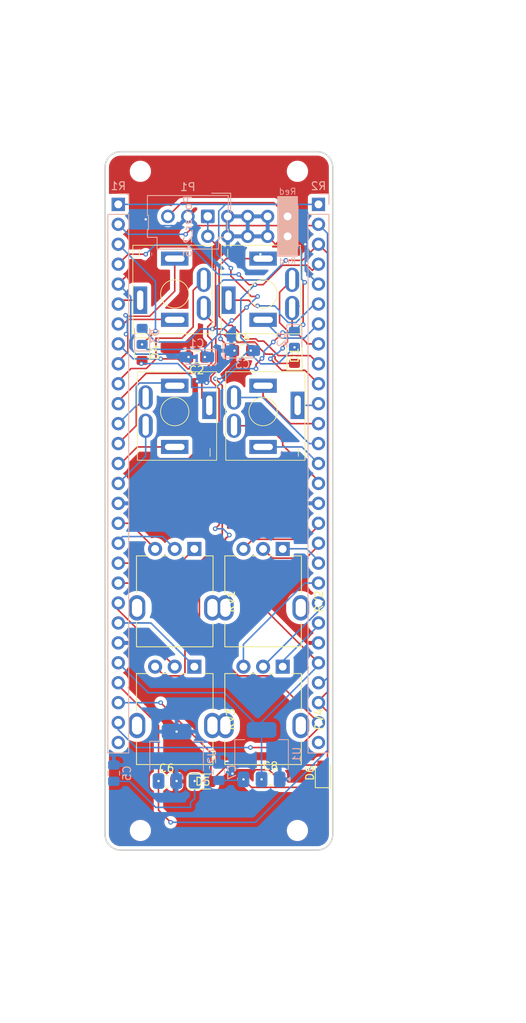
<source format=kicad_pcb>
(kicad_pcb (version 20240108) (generator "pcbnew") (generator_version "8.0")
  (layers (0 "F.Cu" signal) (31 "B.Cu" signal) (34 "B.Paste" user) (35 "F.Paste" user) (36 "B.SilkS" user "B.Silkscreen") (37 "F.SilkS" user "F.Silkscreen") (38 "B.Mask" user) (39 "F.Mask" user) (44 "Edge.Cuts" user))
  (net 0 "")
  (net 1 "+12v")
  (net 2 "Gnd")
  (net 3 "-12v")
  (net 4 "Net-(D1-K)")
  (net 5 "Net-(D2-K)")
  (net 6 "Net-(D6-K)")
  (net 7 "+3.3v")
  (net 8 "Net-(D5-K)")
  (net 9 "+5v")
  (net 10 "Net-(R1-Pin_6)")
  (net 11 "Net-(R1-Pin_10)")
  (net 12 "Net-(R1-Pin_9)")
  (net 13 "Net-(R1-Pin_7)")
  (net 14 "Net-(R1-Pin_8)")
  (net 15 "Net-(R1-Pin_19)")
  (net 16 "Net-(R1-Pin_18)")
  (net 17 "Net-(R1-Pin_17)")
  (net 18 "Net-(R2-Pin_18)")
  (net 19 "Net-(R2-Pin_19)")
  (net 20 "Net-(R2-Pin_17)")
  (net 21 "Net-(R1-Pin_21)")
  (net 22 "Net-(R1-Pin_22)")
  (net 23 "Net-(R1-Pin_20)")
  (net 24 "Net-(R2-Pin_20)")
  (net 25 "Net-(R2-Pin_22)")
  (net 26 "Net-(R2-Pin_21)")
  (net 27 "Net-(R2-Pin_10)")
  (net 28 "Net-(R2-Pin_7)")
  (net 29 "Net-(R2-Pin_8)")
  (net 30 "Net-(R2-Pin_6)")
  (net 31 "Net-(R2-Pin_9)")
  (net 32 "Net-(R1-Pin_13)")
  (net 33 "Net-(R1-Pin_12)")
  (net 34 "Net-(R1-Pin_11)")
  (net 35 "Net-(R1-Pin_14)")
  (net 36 "Net-(R1-Pin_15)")
  (net 37 "Net-(R2-Pin_14)")
  (net 38 "Net-(R2-Pin_12)")
  (net 39 "Net-(R2-Pin_13)")
  (net 40 "Net-(R2-Pin_11)")
  (net 41 "Net-(R2-Pin_15)")
  (footprint "PersonalFootprints:Potentiometer_Vertical_Slimmer" (layer "F.Cu") (at 137.5 88.875)
    (property "Reference" "RV2")
    (property "Value" "Knob2")
  )
  (footprint "Diode_SMD:D_0805_2012Metric_Pad1.15x1.40mm_HandSolder" (layer "F.Cu") (at 122.088118 56.334923 -90)
    (property "Reference" "D4")
    (property "Value" "D")
  )
  (footprint "PersonalFootprints:Potentiometer_Vertical_Slimmer" (layer "F.Cu") (at 126.25 88.875)
    (property "Reference" "RV1")
    (property "Value" "Knob1")
  )
  (footprint "PersonalFootprints:Potentiometer_Vertical_Slimmer" (layer "F.Cu") (at 137.5 103.875)
    (property "Reference" "RV4")
    (property "Value" "Knob4")
  )
  (footprint "MountingHole:MountingHole_2.2mm_M2" (layer "F.Cu") (at 141.875 33.25)
    (property "Reference" "H2")
    (property "Value" "MountingHole")
  )
  (footprint "0_Favorites:Jack_3.5mm_QingPu_WQP-PJ358" (layer "F.Cu") (at 126.25 63.875)
    (property "Reference" "J3" (hide yes))
    (property "Value" "Jack3")
  )
  (footprint "MountingHole:MountingHole_2.2mm_M2" (layer "F.Cu") (at 121.875 33.25)
    (property "Reference" "H1")
    (property "Value" "MountingHole")
  )
  (footprint "Capacitor_SMD:C_0805_2012Metric_Pad1.18x1.45mm_HandSolder" (layer "F.Cu") (at 125.217292 111.000195)
    (property "Reference" "C6")
    (property "Value" "100nF")
  )
  (footprint "Diode_SMD:D_0805_2012Metric_Pad1.15x1.40mm_HandSolder" (layer "F.Cu") (at 145.111654 109.939084 90)
    (property "Reference" "D6")
    (property "Value" "D")
  )
  (footprint "Capacitor_SMD:C_0805_2012Metric_Pad1.18x1.45mm_HandSolder" (layer "F.Cu") (at 138.429999 110.728371)
    (property "Reference" "C8")
    (property "Value" "100nF")
  )
  (footprint "Capacitor_SMD:C_0805_2012Metric_Pad1.18x1.45mm_HandSolder" (layer "F.Cu") (at 134.89037 56.102531)
    (property "Reference" "C4")
    (property "Value" "100n")
  )
  (footprint "Capacitor_SMD:C_0805_2012Metric_Pad1.18x1.45mm_HandSolder" (layer "F.Cu") (at 129.045488 56.915859 180)
    (property "Reference" "C2")
    (property "Value" "100n")
  )
  (footprint "0_Favorites:Jack_3.5mm_QingPu_WQP-PJ358" (layer "F.Cu") (at 137.5 63.875)
    (property "Reference" "J4" (hide yes))
    (property "Value" "Jack4")
  )
  (footprint "MountingHole:MountingHole_2.2mm_M2" (layer "F.Cu") (at 141.875 117.25)
    (property "Reference" "H4")
    (property "Value" "MountingHole")
  )
  (footprint "MountingHole:MountingHole_2.2mm_M2" (layer "F.Cu") (at 121.875 117.25)
    (property "Reference" "H3")
    (property "Value" "MountingHole")
  )
  (footprint "PersonalFootprints:Potentiometer_Vertical_Slimmer" (layer "F.Cu") (at 126.25 103.875)
    (property "Reference" "RV3")
    (property "Value" "Knob3")
  )
  (footprint "Diode_SMD:D_0805_2012Metric_Pad1.15x1.40mm_HandSolder" (layer "F.Cu") (at 129.825619 111.013232)
    (property "Reference" "D5")
    (property "Value" "D")
  )
  (footprint "0_Favorites:Jack_3.5mm_QingPu_WQP-PJ358" (layer "F.Cu") (at 137.5 48.875 180)
    (property "Reference" "J2" (hide yes))
    (property "Value" "Jack2")
  )
  (footprint "Diode_SMD:D_0805_2012Metric_Pad1.15x1.40mm_HandSolder" (layer "F.Cu") (at 141.499896 56.706366 90)
    (property "Reference" "D1")
    (property "Value" "D")
  )
  (footprint "0_Favorites:Jack_3.5mm_QingPu_WQP-PJ358" (layer "F.Cu") (at 126.25 48.875 180)
    (property "Reference" "J1" (hide yes))
    (property "Value" "Jack1")
  )
  (footprint "Connector_Molex:Molex_SL_171971-0003_1x03_P2.54mm_Vertical" (layer "B.Cu") (at 130.46 39 180)
    (property "Reference" "P1")
    (property "Value" "Pocket Rack Power")
  )
  (footprint "Capacitor_Tantalum_SMD:CP_EIA-3216-10_Kemet-I_Pad1.58x1.35mm_HandSolder" (layer "B.Cu") (at 129.045488 56.915859 180)
    (property "Reference" "C1")
    (property "Value" "1u")
  )
  (footprint "Package_TO_SOT_SMD:SOT-223-3_TabPin2" (layer "B.Cu") (at 137.307292 107.585195 90)
    (property "Reference" "U1")
    (property "Value" "LM1117MP-3.3")
  )
  (footprint "Connector_PinHeader_2.54mm:PinHeader_1x28_P2.54mm_Vertical" (layer "B.Cu") (at 119.0625 37.465 180)
    (property "Reference" "R1")
    (property "Value" "Conn_01x28_Pin")
  )
  (footprint "CATs_Eurosynth:Power_2x5_Vertical" (layer "B.Cu") (at 130.46 39 -90)
    (property "Reference" "P2" (hide yes))
    (property "Value" "Power_2x5")
  )
  (footprint "Connector_PinHeader_2.54mm:PinHeader_1x28_P2.54mm_Vertical" (layer "B.Cu") (at 144.554923 37.465 180)
    (property "Reference" "R2")
    (property "Value" "Conn_01x28_Pin")
  )
  (footprint "Package_TO_SOT_SMD:SOT-223-3_TabPin2" (layer "B.Cu") (at 126.487292 107.800195 90)
    (property "Reference" "U2")
    (property "Value" "LM7805_TO220")
  )
  (footprint "Capacitor_Tantalum_SMD:CP_EIA-3216-10_Kemet-I_Pad1.58x1.35mm_HandSolder" (layer "B.Cu") (at 134.89037 56.102531)
    (property "Reference" "C3")
    (property "Value" "1u")
  )
  (footprint "Diode_SMD:D_0805_2012Metric_Pad1.15x1.40mm_HandSolder" (layer "B.Cu") (at 141.48281 54.657174 -90)
    (property "Reference" "D2")
    (property "Value" "D")
  )
  (footprint "Diode_SMD:D_0805_2012Metric_Pad1.15x1.40mm_HandSolder" (layer "B.Cu") (at 122.0994 54.281237 90)
    (property "Reference" "D3")
    (property "Value" "D")
  )
  (footprint "Capacitor_SMD:C_0805_2012Metric_Pad1.18x1.45mm_HandSolder" (layer "B.Cu") (at 118.49255 109.945402 90)
    (property "Reference" "C5")
    (property "Value" "10uF")
  )
  (footprint "Capacitor_SMD:C_0805_2012Metric_Pad1.18x1.45mm_HandSolder" (layer "B.Cu") (at 131.872333 109.827351 90)
    (property "Reference" "C7")
    (property "Value" "10uF")
  )
  (gr_line (start 144.375 119.75) (end 119.375 119.75) (stroke (width 0.2)) (layer "Edge.Cuts"))
  (gr_line (start 117.375 117.75) (end 117.375 32.75) (stroke (width 0.2)) (layer "Edge.Cuts"))
  (gr_arc (start 144.375 30.75) (mid 145.789214 31.335786) (end 146.375 32.75) (stroke (width 0.2)) (layer "Edge.Cuts"))
  (gr_line (start 119.375 30.75) (end 144.375 30.75) (stroke (width 0.2)) (layer "Edge.Cuts"))
  (gr_arc (start 146.375 117.75) (mid 145.789214 119.164214) (end 144.375 119.75) (stroke (width 0.2)) (layer "Edge.Cuts"))
  (gr_line (start 146.375 32.75) (end 146.375 117.75) (stroke (width 0.2)) (layer "Edge.Cuts"))
  (gr_arc (start 119.375 119.75) (mid 117.960786 119.164214) (end 117.375 117.75) (stroke (width 0.2)) (layer "Edge.Cuts"))
  (gr_arc (start 117.375 32.75) (mid 117.960786 31.335786) (end 119.375 30.75) (stroke (width 0.2)) (layer "Edge.Cuts"))
  (segment (start 144.554923 100.739923) (end 145.599846 99.695) (width 0.2) (layer "F.Cu") (net 1))
  (segment (start 132.949767 108.914084) (end 145.111654 108.914084) (width 0.2) (layer "F.Cu") (net 1))
  (segment (start 145.775 99.695) (end 145.775 43.765077) (width 0.2) (layer "F.Cu") (net 1))
  (segment (start 142.499923 44.6) (end 140.4 44.6) (width 0.2) (layer "F.Cu") (net 1))
  (segment (start 145.775 43.765077) (end 144.554923 42.545) (width 0.2) (layer "F.Cu") (net 1))
  (segment (start 123.4 54) (end 123.398041 54) (width 0.2) (layer "F.Cu") (net 1))
  (segment (start 123.8 53.6) (end 123.4 54) (width 0.2) (layer "F.Cu") (net 1))
  (segment (start 145.599846 99.695) (end 145.775 99.695) (width 0.2) (layer "F.Cu") (net 1))
  (segment (start 144.554923 42.545) (end 142.499923 44.6) (width 0.2) (layer "F.Cu") (net 1))
  (segment (start 123.398041 54) (end 122.088118 55.309923) (width 0.2) (layer "F.Cu") (net 1))
  (segment (start 144.554923 100.965) (end 144.554923 100.739923) (width 0.2) (layer "F.Cu") (net 1))
  (segment (start 130.850619 111.013232) (end 130.850619 107.355619) (width 0.2) (layer "F.Cu") (net 1))
  (segment (start 130.850619 111.013232) (end 132.949767 108.914084) (width 0.2) (layer "F.Cu") (net 1))
  (segment (start 130.850619 107.355619) (end 124.46 100.965) (width 0.2) (layer "F.Cu") (net 1))
  (segment (start 145.704923 102.115) (end 144.554923 100.965) (width 0.2) (layer "F.Cu") (net 1))
  (segment (start 145.111654 108.914084) (end 145.704923 108.320815) (width 0.2) (layer "F.Cu") (net 1))
  (segment (start 145.704923 108.320815) (end 145.704923 102.115) (width 0.2) (layer "F.Cu") (net 1))
  (via (at 122.088118 55.309923) (size 0.6) (drill 0.3) (layers "F.Cu" "B.Cu") (net 1))
  (via (at 124.46 100.965) (size 0.6) (drill 0.3) (layers "F.Cu" "B.Cu") (net 1))
  (via (at 123.8 53.6) (size 0.6) (drill 0.3) (layers "F.Cu" "B.Cu") (net 1))
  (via (at 130.082988 56.915859) (size 0.6) (drill 0.3) (layers "F.Cu" "B.Cu") (net 1))
  (via (at 140.4 44.6) (size 0.6) (drill 0.3) (layers "F.Cu" "B.Cu") (net 1))
  (segment (start 122.0994 55.306237) (end 122.734022 55.940859) (width 0.2) (layer "B.Cu") (net 1))
  (segment (start 137.9 47.1) (end 132.425 47.1) (width 0.2) (layer "B.Cu") (net 1))
  (segment (start 120.9675 44.45) (end 123.8 47.2825) (width 0.2) (layer "B.Cu") (net 1))
  (segment (start 124.46 100.965) (end 119.0625 100.965) (width 0.2) (layer "B.Cu") (net 1))
  (segment (start 122.091804 55.306237) (end 122.088118 55.309923) (width 0.2) (layer "B.Cu") (net 1))
  (segment (start 130.482988 56.915859) (end 130.082988 56.915859) (width 0.2) (layer "B.Cu") (net 1))
  (segment (start 130.082988 55.758483) (end 130.082988 56.915859) (width 0.2) (layer "B.Cu") (net 1))
  (segment (start 131.65 47.875) (end 131.65 54.191471) (width 0.2) (layer "B.Cu") (net 1))
  (segment (start 123.8 47.2825) (end 123.8 53.6) (width 0.2) (layer "B.Cu") (net 1))
  (segment (start 129.507988 55.940859) (end 130.482988 56.915859) (width 0.2) (layer "B.Cu") (net 1))
  (segment (start 122.0994 55.306237) (end 122.091804 55.306237) (width 0.2) (layer "B.Cu") (net 1))
  (segment (start 140.4 44.6) (end 137.9 47.1) (width 0.2) (layer "B.Cu") (net 1))
  (segment (start 119.0625 42.545) (end 120.9675 44.45) (width 0.2) (layer "B.Cu") (net 1))
  (segment (start 131.65 54.191471) (end 130.082988 55.758483) (width 0.2) (layer "B.Cu") (net 1))
  (segment (start 122.734022 55.940859) (end 129.507988 55.940859) (width 0.2) (layer "B.Cu") (net 1))
  (segment (start 132.425 47.1) (end 131.65 47.875) (width 0.2) (layer "B.Cu") (net 1))
  (segment (start 133.85287 55.377531) (end 133.85287 56.102531) (width 0.2) (layer "F.Cu") (net 2))
  (segment (start 130.30497 60.2) (end 130.30497 58.856807) (width 0.2) (layer "F.Cu") (net 2))
  (segment (start 131.48 57.681777) (end 131.48 54.361471) (width 0.2) (layer "F.Cu") (net 2))
  (segment (start 129.10497 68.77003) (end 122.31 75.565) (width 0.2) (layer "F.Cu") (net 2))
  (segment (start 122.31 75.565) (end 119.0625 75.565) (width 0.2) (layer "F.Cu") (net 2))
  (segment (start 126.487292 110.950195) (end 126.487292 104.650195) (width 0.2) (layer "F.Cu") (net 2))
  (segment (start 126.437292 111.000195) (end 126.487292 110.950195) (width 0.2) (layer "F.Cu") (net 2))
  (segment (start 140.355 43.815) (end 138.08 41.54) (width 0.2) (layer "F.Cu") (net 2))
  (segment (start 123.202708 44.142292) (end 123.202708 40.017708) (width 0.2) (layer "F.Cu") (net 2))
  (segment (start 141.605 43.18) (end 140.97 43.815) (width 0.2) (layer "F.Cu") (net 2))
  (segment (start 129.10497 60.008868) (end 129.10497 68.77003) (width 0.2) (layer "F.Cu") (net 2))
  (segment (start 132.485339 54.01) (end 133.85287 55.377531) (width 0.2) (layer "F.Cu") (net 2))
  (segment (start 142.875 42.545) (end 142.24 43.18) (width 0.2) (layer "F.Cu") (net 2))
  (segment (start 134.085231 109.514769) (end 133.6 110) (width 0.2) (layer "F.Cu") (net 2))
  (segment (start 131.48 54.361471) (end 131.831471 54.01) (width 0.2) (layer "F.Cu") (net 2))
  (segment (start 140.97 43.815) (end 140.355 43.815) (width 0.2) (layer "F.Cu") (net 2))
  (segment (start 126.254792 111.000195) (end 126.437292 111.000195) (width 0.2) (layer "F.Cu") (net 2))
  (segment (start 138.253897 109.514769) (end 134.085231 109.514769) (width 0.2) (layer "F.Cu") (net 2))
  (segment (start 121.374327 45.313173) (end 122.031827 45.313173) (width 0.2) (layer "F.Cu") (net 2))
  (segment (start 123.202708 40.017708) (end 122.555 39.37) (width 0.2) (layer "F.Cu") (net 2))
  (segment (start 131.831471 54.01) (end 132.485339 54.01) (width 0.2) (layer "F.Cu") (net 2))
  (segment (start 130.30497 58.856807) (end 131.48 57.681777) (width 0.2) (layer "F.Cu") (net 2))
  (segment (start 119.0625 47.625) (end 121.374327 45.313173) (width 0.2) (layer "F.Cu") (net 2))
  (segment (start 142.24 43.18) (end 141.605 43.18) (width 0.2) (layer "F.Cu") (net 2))
  (segment (start 139.467499 110.728371) (end 138.253897 109.514769) (width 0.2) (layer "F.Cu") (net 2))
  (segment (start 122.031827 45.313173) (end 123.202708 44.142292) (width 0.2) (layer "F.Cu") (net 2))
  (via (at 130.30497 60.2) (size 0.6) (drill 0.3) (layers "F.Cu" "B.Cu") (net 2))
  (via (at 122.555 39.37) (size 0.6) (drill 0.3) (layers "F.Cu" "B.Cu") (net 2))
  (via (at 129.10497 60.008868) (size 0.6) (drill 0.3) (layers "F.Cu" "B.Cu") (net 2))
  (via (at 133.6 110) (size 0.6) (drill 0.3) (layers "F.Cu" "B.Cu") (net 2))
  (via (at 133.85287 56.102531) (size 0.6) (drill 0.3) (layers "F.Cu" "B.Cu") (net 2))
  (via (at 128.007988 56.915859) (size 0.6) (drill 0.3) (layers "F.Cu" "B.Cu") (net 2))
  (via (at 142.875 42.545) (size 0.6) (drill 0.3) (layers "F.Cu" "B.Cu") (net 2))
  (via (at 126.487292 104.650195) (size 0.6) (drill 0.3) (layers "F.Cu" "B.Cu") (net 2))
  (via (at 126.487292 110.950195) (size 0.6) (drill 0.3) (layers "F.Cu" "B.Cu") (net 2))
  (segment (start 120.65 55.88) (end 120.65 49.2125) (width 0.2) (layer "B.Cu") (net 2))
  (segment (start 129.296102 60.2) (end 129.10497 60.008868) (width 0.2) (layer "B.Cu") (net 2))
  (segment (start 130.30497 60.2) (end 129.296102 60.2) (width 0.2) (layer "B.Cu") (net 2))
  (segment (start 121.32 56.55) (end 120.65 55.88) (width 0.2) (layer "B.Cu") (net 2))
  (segment (start 127.607988 56.915859) (end 128.007988 56.915859) (width 0.2) (layer "B.Cu") (net 2))
  (segment (start 130.30497 60.2) (end 130.30497 59.81997) (width 0.2) (layer "B.Cu") (net 2))
  (segment (start 122.555 39.37) (end 123.355 40.17) (width 0.2) (layer "B.Cu") (net 2))
  (segment (start 127.607988 56.915859) (end 127.242129 56.55) (width 0.2) (layer "B.Cu") (net 2))
  (segment (start 142.875 45.945077) (end 142.875 42.545) (width 0.2) (layer "B.Cu") (net 2))
  (segment (start 133.45287 56.102531) (end 133.85287 56.102531) (width 0.2) (layer "B.Cu") (net 2))
  (segment (start 127.242129 56.55) (end 121.32 56.55) (width 0.2) (layer "B.Cu") (net 2))
  (segment (start 123.355 40.17) (end 126.75 40.17) (width 0.2) (layer "B.Cu") (net 2))
  (segment (start 132.389851 108.789851) (end 131.872333 108.789851) (width 0.2) (layer "B.Cu") (net 2))
  (segment (start 130.30497 59.81997) (end 128.007988 57.522988) (width 0.2) (layer "B.Cu") (net 2))
  (segment (start 133.6 110) (end 132.389851 108.789851) (width 0.2) (layer "B.Cu") (net 2))
  (segment (start 126.75 40.17) (end 127.92 39) (width 0.2) (layer "B.Cu") (net 2))
  (segment (start 120.65 49.2125) (end 119.0625 47.625) (width 0.2) (layer "B.Cu") (net 2))
  (segment (start 128.007988 57.522988) (end 128.007988 56.915859) (width 0.2) (layer "B.Cu") (net 2))
  (segment (start 144.554923 47.625) (end 142.875 45.945077) (width 0.2) (layer "B.Cu") (net 2))
  (segment (start 122.555 43.815) (end 120.3325 43.815) (width 0.2) (layer "F.Cu") (net 3))
  (segment (start 136.45 47.7) (end 135.7 47.7) (width 0.2) (layer "F.Cu") (net 3))
  (segment (start 134.377688 97.547688) (end 129.393852 92.563852) (width 0.2) (layer "F.Cu") (net 3))
  (segment (start 143.764923 45.875) (end 144.554923 45.085) (width 0.2) (layer "F.Cu") (net 3))
  (segment (start 142.07184 106.68) (end 144.554923 104.196917) (width 0.2) (layer "F.Cu") (net 3))
  (segment (start 137.5 47.7) (end 136.45 47.7) (width 0.2) (layer "F.Cu") (net 3))
  (segment (start 120.3325 43.815) (end 119.0625 45.085) (width 0.2) (layer "F.Cu") (net 3))
  (segment (start 143.764923 45.875) (end 143.114923 45.225) (width 0.2) (layer "F.Cu") (net 3))
  (segment (start 139.975 45.225) (end 137.5 47.7) (width 0.2) (layer "F.Cu") (net 3))
  (segment (start 135.7 47.7) (end 134.4 46.4) (width 0.2) (layer "F.Cu") (net 3))
  (segment (start 132.3 80.20154) (end 132.3 60.545) (width 0.2) (layer "F.Cu") (net 3))
  (segment (start 132.3 60.545) (end 131.445 59.69) (width 0.2) (layer "F.Cu") (net 3))
  (segment (start 143.114923 45.225) (end 139.975 45.225) (width 0.2) (layer "F.Cu") (net 3))
  (segment (start 129.393852 92.563852) (end 129.393852 83.107688) (width 0.2) (layer "F.Cu") (net 3))
  (segment (start 135.89 106.68) (end 142.07184 106.68) (width 0.2) (layer "F.Cu") (net 3))
  (segment (start 144.554923 103.498459) (end 138.604152 97.547688) (width 0.2) (layer "F.Cu") (net 3))
  (segment (start 144.554923 104.196917) (end 144.554923 103.505) (width 0.2) (layer "F.Cu") (net 3))
  (segment (start 129.393852 83.107688) (end 132.3 80.20154) (width 0.2) (layer "F.Cu") (net 3))
  (segment (start 138.604152 97.547688) (end 134.377688 97.547688) (width 0.2) (layer "F.Cu") (net 3))
  (segment (start 144.554923 103.505) (end 144.554923 103.498459) (width 0.2) (layer "F.Cu") (net 3))
  (via (at 135.89 106.68) (size 0.6) (drill 0.3) (layers "F.Cu" "B.Cu") (net 3))
  (via (at 134.4 46.4) (size 0.6) (drill 0.3) (layers "F.Cu" "B.Cu") (net 3))
  (via (at 136.45 47.7) (size 0.6) (drill 0.3) (layers "F.Cu" "B.Cu") (net 3))
  (via (at 131.445 59.69) (size 0.6) (drill 0.3) (layers "F.Cu" "B.Cu") (net 3))
  (via (at 135.92787 56.102531) (size 0.6) (drill 0.3) (layers "F.Cu" "B.Cu") (net 3))
  (via (at 122.555 43.815) (size 0.6) (drill 0.3) (layers "F.Cu" "B.Cu") (net 3))
  (via (at 141.499896 55.681366) (size 0.6) (drill 0.3) (layers "F.Cu" "B.Cu") (net 3))
  (segment (start 134.65871 54.433371) (end 134.65871 49.49129) (width 0.2) (layer "B.Cu") (net 3))
  (segment (start 136.32787 56.102531) (end 135.92787 56.102531) (width 0.2) (layer "B.Cu") (net 3))
  (segment (start 134.4 46.4) (end 131.8 46.4) (width 0.2) (layer "B.Cu") (net 3))
  (segment (start 141.48281 55.682174) (end 141.499088 55.682174) (width 0.2) (layer "B.Cu") (net 3))
  (segment (start 136.32787 56.92787) (end 136.32787 56.102531) (width 0.2) (layer "B.Cu") (net 3))
  (segment (start 119.0625 103.505) (end 119.0625 104.418654) (width 0.2) (layer "B.Cu") (net 3))
  (segment (start 134.65871 49.49129) (end 136.45 47.7) (width 0.2) (layer "B.Cu") (net 3))
  (segment (start 141.48281 55.682174) (end 139.379984 57.785) (width 0.2) (layer "B.Cu") (net 3))
  (segment (start 135.667469 56.102531) (end 136.32787 56.102531) (width 0.2) (layer "B.Cu") (net 3))
  (segment (start 137.185 57.785) (end 136.32787 56.92787) (width 0.2) (layer "B.Cu") (net 3))
  (segment (start 131.8 46.4) (end 128 42.6) (width 0.2) (layer "B.Cu") (net 3))
  (segment (start 123.77 42.6) (end 122.555 43.815) (width 0.2) (layer "B.Cu") (net 3))
  (segment (start 139.379984 57.785) (end 137.185 57.785) (width 0.2) (layer "B.Cu") (net 3))
  (segment (start 131.445 59.69) (end 132.08 59.69) (width 0.2) (layer "B.Cu") (net 3))
  (segment (start 121.323846 106.68) (end 135.89 106.68) (width 0.2) (layer "B.Cu") (net 3))
  (segment (start 141.499088 55.682174) (end 141.499896 55.681366) (width 0.2) (layer "B.Cu") (net 3))
  (segment (start 132.08 59.69) (end 135.667469 56.102531) (width 0.2) (layer "B.Cu") (net 3))
  (segment (start 119.0625 104.418654) (end 121.323846 106.68) (width 0.2) (layer "B.Cu") (net 3))
  (segment (start 136.32787 56.102531) (end 134.65871 54.433371) (width 0.2) (layer "B.Cu") (net 3))
  (segment (start 128 42.6) (end 123.77 42.6) (width 0.2) (layer "B.Cu") (net 3))
  (segment (start 131.45 42.53) (end 130.46 41.54) (width 0.2) (layer "F.Cu") (net 4))
  (segment (start 131.05 53.34) (end 132.56 53.34) (width 0.2) (layer "F.Cu") (net 4))
  (segment (start 138.678529 56.55) (end 139.03 56.901471) (width 0.2) (layer "F.Cu") (net 4))
  (segment (start 132.56 53.34) (end 134.223589 55.003589) (width 0.2) (layer "F.Cu") (net 4))
  (segment (start 137.83 56.55) (end 138.678529 56.55) (width 0.2) (layer "F.Cu") (net 4))
  (segment (start 139.03 57.184314) (end 139.577052 57.731366) (width 0.2) (layer "F.Cu") (net 4))
  (segment (start 139.577052 57.731366) (end 141.499896 57.731366) (width 0.2) (layer "F.Cu") (net 4))
  (segment (start 131.45 52.94) (end 131.45 42.53) (width 0.2) (layer "F.Cu") (net 4))
  (segment (start 139.03 56.901471) (end 139.03 57.184314) (width 0.2) (layer "F.Cu") (net 4))
  (segment (start 134.223589 55.003589) (end 136.426172 55.003589) (width 0.2) (layer "F.Cu") (net 4))
  (segment (start 136.81537 55.53537) (end 137.83 56.55) (width 0.2) (layer "F.Cu") (net 4))
  (segment (start 136.81537 55.392787) (end 136.81537 55.53537) (width 0.2) (layer "F.Cu") (net 4))
  (segment (start 131.05 53.34) (end 131.45 52.94) (width 0.2) (layer "F.Cu") (net 4))
  (segment (start 136.426172 55.003589) (end 136.81537 55.392787) (width 0.2) (layer "F.Cu") (net 4))
  (via (at 131.05 53.34) (size 0.6) (drill 0.3) (layers "F.Cu" "B.Cu") (net 4))
  (segment (start 131.05 53.34) (end 129.54 53.34) (width 0.2) (layer "B.Cu") (net 4))
  (segment (start 129.54 53.34) (end 127.876411 55.003589) (width 0.2) (layer "B.Cu") (net 4))
  (segment (start 127.876411 55.003589) (end 123.846752 55.003589) (width 0.2) (layer "B.Cu") (net 4))
  (segment (start 130.46 41.54) (end 130.46 39) (width 0.2) (layer "B.Cu") (net 4))
  (segment (start 131.05 42.13) (end 130.46 41.54) (width 0.2) (layer "B.Cu") (net 4))
  (segment (start 123.846752 55.003589) (end 122.0994 53.256237) (width 0.2) (layer "B.Cu") (net 4))
  (segment (start 127.13 37.25) (end 125.38 39) (width 0.2) (layer "F.Cu") (net 5))
  (segment (start 140.62 39) (end 138.87 37.25) (width 0.2) (layer "F.Cu") (net 5))
  (segment (start 142.6 47.6) (end 142.8 47.4) (width 0.2) (layer "F.Cu") (net 5))
  (segment (start 122.088118 57.661882) (end 122 57.75) (width 0.2) (layer "F.Cu") (net 5))
  (segment (start 136.6 57.854825) (end 137.351676 57.103149) (width 0.2) (layer "F.Cu") (net 5))
  (segment (start 122.088118 57.359923) (end 122.088118 57.661882) (width 0.2) (layer "F.Cu") (net 5))
  (segment (start 142.6 52.8) (end 142.6 47.6) (width 0.2) (layer "F.Cu") (net 5))
  (segment (start 138.87 37.25) (end 127.13 37.25) (width 0.2) (layer "F.Cu") (net 5))
  (segment (start 136.6 58.4) (end 136.6 57.854825) (width 0.2) (layer "F.Cu") (net 5))
  (segment (start 125.38 39) (end 125.2 39.18) (width 0.2) (layer "F.Cu") (net 5))
  (segment (start 138.8 55) (end 140 53.8) (width 0.2) (layer "F.Cu") (net 5))
  (via (at 137.351676 57.103149) (size 0.6) (drill 0.3) (layers "F.Cu" "B.Cu") (net 5))
  (via (at 142.6 52.8) (size 0.6) (drill 0.3) (layers "F.Cu" "B.Cu") (net 5))
  (via (at 122 57.75) (size 0.6) (drill 0.3) (layers "F.Cu" "B.Cu") (net 5))
  (via (at 142.8 47.4) (size 0.6) (drill 0.3) (layers "F.Cu" "B.Cu") (net 5))
  (via (at 136.6 58.4) (size 0.6) (drill 0.3) (layers "F.Cu" "B.Cu") (net 5))
  (via (at 138.8 55) (size 0.6) (drill 0.3) (layers "F.Cu" "B.Cu") (net 5))
  (via (at 140 53.8) (size 0.6) (drill 0.3) (layers "F.Cu" "B.Cu") (net 5))
  (segment (start 142.4 43.32) (end 140.62 41.54) (width 0.2) (layer "B.Cu") (net 5))
  (segment (start 128.4 60.8) (end 131.535687 60.8) (width 0.2) (layer "B.Cu") (net 5))
  (segment (start 142.8 47.4) (end 142.4 47) (width 0.2) (layer "B.Cu") (net 5))
  (segment (start 137.351676 57.103149) (end 137.6 56.854825) (width 0.2) (layer "B.Cu") (net 5))
  (segment (start 140.62 39) (end 140.62 41.54) (width 0.2) (layer "B.Cu") (net 5))
  (segment (start 140 53.8) (end 141.314984 53.8) (width 0.2) (layer "B.Cu") (net 5))
  (segment (start 142.4 47) (end 142.4 43.32) (width 0.2) (layer "B.Cu") (net 5))
  (segment (start 142.314984 52.8) (end 142.6 52.8) (width 0.2) (layer "B.Cu") (net 5))
  (segment (start 137.6 56.2) (end 138.8 55) (width 0.2) (layer "B.Cu") (net 5))
  (segment (start 137.6 56.854825) (end 137.6 56.2) (width 0.2) (layer "B.Cu") (net 5))
  (segment (start 133.935687 58.4) (end 136.6 58.4) (width 0.2) (layer "B.Cu") (net 5))
  (segment (start 142.257492 52.857492) (end 142.314984 52.8) (width 0.2) (layer "B.Cu") (net 5))
  (segment (start 131.535687 60.8) (end 133.935687 58.4) (width 0.2) (layer "B.Cu") (net 5))
  (segment (start 126.65 57.75) (end 128.4 59.5) (width 0.2) (layer "B.Cu") (net 5))
  (segment (start 122 57.75) (end 126.65 57.75) (width 0.2) (layer "B.Cu") (net 5))
  (segment (start 141.48281 53.632174) (end 142.257492 52.857492) (width 0.2) (layer "B.Cu") (net 5))
  (segment (start 141.314984 53.8) (end 141.48281 53.632174) (width 0.2) (layer "B.Cu") (net 5))
  (segment (start 128.4 59.5) (end 128.4 60.8) (width 0.2) (layer "B.Cu") (net 5))
  (segment (start 144.322367 111.753371) (end 136.025468 111.753371) (width 0.2) (layer "F.Cu") (net 6))
  (segment (start 145.111654 110.964084) (end 144.322367 111.753371) (width 0.2) (layer "F.Cu") (net 6))
  (segment (start 136.025468 111.753371) (end 135.007292 110.735195) (width 0.2) (layer "F.Cu") (net 6))
  (via (at 135.007292 110.735195) (size 0.6) (drill 0.3) (layers "F.Cu" "B.Cu") (net 6))
  (segment (start 131.872333 110.864851) (end 134.877636 110.864851) (width 0.2) (layer "B.Cu") (net 6))
  (segment (start 134.877636 110.864851) (end 135.007292 110.735195) (width 0.2) (layer "B.Cu") (net 6))
  (segment (start 132.715 80.085) (end 132.715 80.01) (width 0.2) (layer "F.Cu") (net 7))
  (segment (start 130.845 59.938529) (end 131.9 60.993529) (width 0.2) (layer "F.Cu") (net 7))
  (segment (start 137.392499 110.728371) (end 137.314116 110.728371) (width 0.2) (layer "F.Cu") (net 7))
  (segment (start 137.314116 110.728371) (end 137.307292 110.735195) (width 0.2) (layer "F.Cu") (net 7))
  (segment (start 133.2 79.6) (end 132.715 80.085) (width 0.2) (layer "F.Cu") (net 7))
  (segment (start 132.7 55.23) (end 132.08 54.61) (width 0.2) (layer "F.Cu") (net 7))
  (segment (start 144.554923 95.885) (end 132.715 84.045077) (width 0.2) (layer "F.Cu") (net 7))
  (segment (start 132.7 55.23) (end 132.7 57.586471) (width 0.2) (layer "F.Cu") (net 7))
  (segment (start 130.845 59.441471) (end 130.845 59.938529) (width 0.2) (layer "F.Cu") (net 7))
  (segment (start 132.715 80.01) (end 132.7 79.995) (width 0.2) (layer "F.Cu") (net 7))
  (segment (start 136.8 49.2) (end 136 49.2) (width 0.2) (layer "F.Cu") (net 7))
  (segment (start 131.9 60.993529) (end 131.9 78.3) (width 0.2) (layer "F.Cu") (net 7))
  (segment (start 133.744617 52.255383) (end 135.4 50.6) (width 0.2) (layer "F.Cu") (net 7))
  (segment (start 134.8 48) (end 133.4 46.6) (width 0.2) (layer "F.Cu") (net 7))
  (segment (start 132.715 84.045077) (end 132.715 80.085) (width 0.2) (layer "F.Cu") (net 7))
  (segment (start 133.4 46.6) (end 133.4 45.6) (width 0.2) (layer "F.Cu") (net 7))
  (segment (start 132.7 57.586471) (end 130.845 59.441471) (width 0.2) (layer "F.Cu") (net 7))
  (segment (start 131.9 78.3) (end 131.4 78.8) (width 0.2) (layer "F.Cu") (net 7))
  (segment (start 136 49.2) (end 134.8 48) (width 0.2) (layer "F.Cu") (net 7))
  (segment (start 133.52145 52.255383) (end 133.744617 52.255383) (width 0.2) (layer "F.Cu") (net 7))
  (via (at 133.4 45.6) (size 0.6) (drill 0.3) (layers "F.Cu" "B.Cu") (net 7))
  (via (at 136.8 49.2) (size 0.6) (drill 0.3) (layers "F.Cu" "B.Cu") (net 7))
  (via (at 131.4 78.8) (size 0.6) (drill 0.3) (layers "F.Cu" "B.Cu") (net 7))
  (via (at 137.307292 110.735195) (size 0.6) (drill 0.3) (layers "F.Cu" "B.Cu") (net 7))
  (via (at 132.08 54.61) (size 0.6) (drill 0.3) (layers "F.Cu" "B.Cu") (net 7))
  (via (at 133.2 79.6) (size 0.6) (drill 0.3) (layers "F.Cu" "B.Cu") (net 7))
  (via (at 133.52145 52.255383) (size 0.6) (drill 0.3) (layers "F.Cu" "B.Cu") (net 7))
  (via (at 135.4 50.6) (size 0.6) (drill 0.3) (layers "F.Cu" "B.Cu") (net 7))
  (segment (start 137.307292 104.435195) (end 137.307292 110.735195) (width 0.2) (layer "B.Cu") (net 7))
  (segment (start 133.4 45.6) (end 131.61 43.81) (width 0.2) (layer "B.Cu") (net 7))
  (segment (start 131.61 42.47) (end 131.45 42.31) (width 0.2) (layer "B.Cu") (net 7))
  (segment (start 135.4 50.6) (end 136.8 49.2) (width 0.2) (layer "B.Cu") (net 7))
  (segment (start 131.45 42.31) (end 131.85 41.91) (width 0.2) (layer "B.Cu") (net 7))
  (segment (start 122.8725 99.695) (end 119.0625 95.885) (width 0.2) (layer "B.Cu") (net 7))
  (segment (start 137.307292 103.450131) (end 144.872423 95.885) (width 0.2) (layer "B.Cu") (net 7))
  (segment (start 133.35 37.465) (end 144.554923 37.465) (width 0.2) (layer "B.Cu") (net 7))
  (segment (start 132.08 53.696833) (end 133.52145 52.255383) (width 0.2) (layer "B.Cu") (net 7))
  (segment (start 119.0625 37.465) (end 133.35 37.465) (width 0.2) (layer "B.Cu") (net 7))
  (segment (start 132.715 37.465) (end 133.35 37.465) (width 0.2) (layer "B.Cu") (net 7))
  (segment (start 137.307292 104.435195) (end 137.307292 103.450131) (width 0.2) (layer "B.Cu") (net 7))
  (segment (start 131.85 41.91) (end 131.85 38.33) (width 0.2) (layer "B.Cu") (net 7))
  (segment (start 132.08 54.61) (end 132.08 53.696833) (width 0.2) (layer "B.Cu") (net 7))
  (segment (start 131.4 78.8) (end 132.4 78.8) (width 0.2) (layer "B.Cu") (net 7))
  (segment (start 131.85 38.33) (end 132.715 37.465) (width 0.2) (layer "B.Cu") (net 7))
  (segment (start 137.307292 104.435195) (end 132.567097 99.695) (width 0.2) (layer "B.Cu") (net 7))
  (segment (start 131.61 43.81) (end 131.61 42.47) (width 0.2) (layer "B.Cu") (net 7))
  (segment (start 132.567097 99.695) (end 122.8725 99.695) (width 0.2) (layer "B.Cu") (net 7))
  (segment (start 132.4 78.8) (end 133.2 79.6) (width 0.2) (layer "B.Cu") (net 7))
  (segment (start 128.800619 110.963522) (end 128.787292 110.950195) (width 0.2) (layer "F.Cu") (net 8))
  (segment (start 128.800619 111.013232) (end 128.800619 110.963522) (width 0.2) (layer "F.Cu") (net 8))
  (via (at 128.787292 110.950195) (size 0.6) (drill 0.3) (layers "F.Cu" "B.Cu") (net 8))
  (segment (start 123.825 114.3) (end 128.27 114.3) (width 0.2) (layer "B.Cu") (net 8))
  (segment (start 118.49255 110.982902) (end 120.507902 110.982902) (width 0.2) (layer "B.Cu") (net 8))
  (segment (start 128.27 114.3) (end 128.27 113.665) (width 0.2) (layer "B.Cu") (net 8))
  (segment (start 128.787292 113.147708) (end 128.787292 110.950195) (width 0.2) (layer "B.Cu") (net 8))
  (segment (start 128.27 113.665) (end 128.787292 113.147708) (width 0.2) (layer "B.Cu") (net 8))
  (segment (start 120.507902 110.982902) (end 123.825 114.3) (width 0.2) (layer "B.Cu") (net 8))
  (segment (start 124.187292 103.867292) (end 118.745 98.425) (width 0.2) (layer "F.Cu") (net 9))
  (segment (start 124.179792 110.957695) (end 124.187292 110.950195) (width 0.2) (layer "F.Cu") (net 9))
  (segment (start 125.73 116.205) (end 124.179792 114.654792) (width 0.2) (layer "F.Cu") (net 9))
  (segment (start 144.389923 40.17) (end 128.74 40.17) (width 0.2) (layer "F.Cu") (net 9))
  (segment (start 128.74 40.17) (end 127.635 41.275) (width 0.2) (layer "F.Cu") (net 9))
  (segment (start 124.179792 114.654792) (end 124.179792 111.000195) (width 0.2) (layer "F.Cu") (net 9))
  (segment (start 124.187292 110.950195) (end 124.187292 103.867292) (width 0.2) (layer "F.Cu") (net 9))
  (segment (start 144.554923 40.005) (end 144.389923 40.17) (width 0.2) (layer "F.Cu") (net 9))
  (segment (start 124.179792 111.000195) (end 124.179792 110.957695) (width 0.2) (layer "F.Cu") (net 9))
  (via (at 125.73 116.205) (size 0.6) (drill 0.3) (layers "F.Cu" "B.Cu") (net 9))
  (via (at 124.187292 110.950195) (size 0.6) (drill 0.3) (layers "F.Cu" "B.Cu") (net 9))
  (via (at 127.635 41.275) (size 0.6) (drill 0.3) (layers "F.Cu" "B.Cu") (net 9))
  (segment (start 144.554923 40.005) (end 145.704923 41.155) (width 0.2) (layer "B.Cu") (net 9))
  (segment (start 145.704923 107.025077) (end 136.525 116.205) (width 0.2) (layer "B.Cu") (net 9))
  (segment (start 120.3325 41.275) (end 119.0625 40.005) (width 0.2) (layer "B.Cu") (net 9))
  (segment (start 145.069923 98.425) (end 145.704923 97.79) (width 0.2) (layer "B.Cu") (net 9))
  (segment (start 136.525 116.205) (end 125.73 116.205) (width 0.2) (layer "B.Cu") (net 9))
  (segment (start 145.704923 97.79) (end 145.704923 107.025077) (width 0.2) (layer "B.Cu") (net 9))
  (segment (start 127.635 41.275) (end 120.3325 41.275) (width 0.2) (layer "B.Cu") (net 9))
  (segment (start 144.554923 98.425) (end 145.069923 98.425) (width 0.2) (layer "B.Cu") (net 9))
  (segment (start 145.704923 41.155) (end 145.704923 97.79) (width 0.2) (layer "B.Cu") (net 9))
  (segment (start 119.5525 49.675) (end 119.0625 50.165) (width 0.2) (layer "F.Cu") (net 10))
  (segment (start 121.85 49.675) (end 119.5525 49.675) (width 0.2) (layer "F.Cu") (net 10))
  (segment (start 122.625903 58.381882) (end 123.86 57.147785) (width 0.2) (layer "F.Cu") (net 11))
  (segment (start 123.86 54.515) (end 127.16 54.515) (width 0.2) (layer "F.Cu") (net 11))
  (segment (start 123.86 57.147785) (end 123.86 54.515) (width 0.2) (layer "F.Cu") (net 11))
  (segment (start 128.6 48.425) (end 129.95 47.075) (width 0.2) (layer "F.Cu") (net 11))
  (segment (start 127.16 54.515) (end 128.6 53.075) (width 0.2) (layer "F.Cu") (net 11))
  (segment (start 118.745 60.325) (end 120.688118 58.381882) (width 0.2) (layer "F.Cu") (net 11))
  (segment (start 120.688118 58.381882) (end 122.625903 58.381882) (width 0.2) (layer "F.Cu") (net 11))
  (segment (start 128.6 53.075) (end 128.6 48.425) (width 0.2) (layer "F.Cu") (net 11))
  (segment (start 118.745 57.785) (end 120.288118 56.241882) (width 0.2) (layer "F.Cu") (net 12))
  (segment (start 123.05 51.725) (end 120.125 51.725) (width 0.2) (layer "F.Cu") (net 12))
  (segment (start 120.288118 54.238118) (end 120.05 54) (width 0.2) (layer "F.Cu") (net 12))
  (segment (start 126.25 48.525) (end 123.05 51.725) (width 0.2) (layer "F.Cu") (net 12))
  (segment (start 127.635 44.45) (end 127.5 44.585) (width 0.2) (layer "F.Cu") (net 12))
  (segment (start 120.288118 56.241882) (end 120.288118 54.238118) (width 0.2) (layer "F.Cu") (net 12))
  (segment (start 120.125 51.725) (end 120 51.6) (width 0.2) (layer "F.Cu") (net 12))
  (segment (start 126.25 44.375) (end 126.25 48.525) (width 0.2) (layer "F.Cu") (net 12))
  (via (at 120.05 54) (size 0.6) (drill 0.3) (layers "F.Cu" "B.Cu") (net 12))
  (via (at 120 51.6) (size 0.6) (drill 0.3) (layers "F.Cu" "B.Cu") (net 12))
  (segment (start 120.2125 53.8375) (end 120.05 54) (width 0.2) (layer "B.Cu") (net 12))
  (segment (start 120 51.6) (end 120.2125 51.8125) (width 0.2) (layer "B.Cu") (net 12))
  (segment (start 120.2125 51.8125) (end 120.2125 53.8375) (width 0.2) (layer "B.Cu") (net 12))
  (segment (start 126.25 52.175) (end 126.2 52.125) (width 0.2) (layer "F.Cu") (net 13))
  (segment (start 119.743529 52.705) (end 119.0625 52.705) (width 0.2) (layer "F.Cu") (net 13))
  (segment (start 126.2 52.125) (end 120.323529 52.125) (width 0.2) (layer "F.Cu") (net 13))
  (segment (start 120.323529 52.125) (end 119.743529 52.705) (width 0.2) (layer "F.Cu") (net 13))
  (segment (start 118.745 52.705) (end 118.745 52.548629) (width 0.2) (layer "B.Cu") (net 13))
  (segment (start 131.05 52.465) (end 130.45 53.065) (width 0.2) (layer "F.Cu") (net 14))
  (segment (start 130.45 53.065) (end 130.45 54.25) (width 0.2) (layer "F.Cu") (net 14))
  (segment (start 130.970488 57.625603) (end 130.176091 58.42) (width 0.2) (layer "F.Cu") (net 14))
  (segment (start 126.644885 57.15) (end 124.46 57.15) (width 0.2) (layer "F.Cu") (net 14))
  (segment (start 129.95 50.675) (end 129.95 51.365) (width 0.2) (layer "F.Cu") (net 14))
  (segment (start 129.95 51.365) (end 131.05 52.465) (width 0.2) (layer "F.Cu") (net 14))
  (segment (start 130.45 54.25) (end 130.970488 54.770488) (width 0.2) (layer "F.Cu") (net 14))
  (segment (start 127.914885 58.42) (end 126.644885 57.15) (width 0.2) (layer "F.Cu") (net 14))
  (segment (start 130.176091 58.42) (end 127.914885 58.42) (width 0.2) (layer "F.Cu") (net 14))
  (segment (start 130.970488 54.770488) (end 130.970488 57.625603) (width 0.2) (layer "F.Cu") (net 14))
  (via (at 124.46 57.15) (size 0.6) (drill 0.3) (layers "F.Cu" "B.Cu") (net 14))
  (segment (start 124.46 57.15) (end 120.9675 57.15) (width 0.2) (layer "B.Cu") (net 14))
  (segment (start 120.9675 57.15) (end 119.0625 55.245) (width 0.2) (layer "B.Cu") (net 14))
  (segment (start 126.91654 83.185) (end 118.745 83.185) (width 0.2) (layer "F.Cu") (net 15))
  (segment (start 128.753852 81.347688) (end 126.91654 83.185) (width 0.2) (layer "F.Cu") (net 15))
  (segment (start 119.595 79.795) (end 118.745 80.645) (width 0.2) (layer "B.Cu") (net 16))
  (segment (start 124.701164 79.795) (end 119.595 79.795) (width 0.2) (layer "B.Cu") (net 16))
  (segment (start 126.253852 81.347688) (end 124.701164 79.795) (width 0.2) (layer "B.Cu") (net 16))
  (segment (start 120.511164 78.105) (end 118.745 78.105) (width 0.2) (layer "F.Cu") (net 17))
  (segment (start 123.753852 81.347688) (end 120.511164 78.105) (width 0.2) (layer "F.Cu") (net 17))
  (segment (start 142.969735 82.547688) (end 138.696557 82.547688) (width 0.2) (layer "F.Cu") (net 18))
  (segment (start 144.872423 80.645) (end 142.969735 82.547688) (width 0.2) (layer "F.Cu") (net 18))
  (segment (start 138.696557 82.547688) (end 137.496557 81.347688) (width 0.2) (layer "F.Cu") (net 18))
  (segment (start 139.996557 81.347688) (end 143.035111 81.347688) (width 0.2) (layer "B.Cu") (net 19))
  (segment (start 143.035111 81.347688) (end 144.872423 83.185) (width 0.2) (layer "B.Cu") (net 19))
  (segment (start 142.829735 80.147688) (end 136.196557 80.147688) (width 0.2) (layer "F.Cu") (net 20))
  (segment (start 144.872423 78.105) (end 142.829735 80.147688) (width 0.2) (layer "F.Cu") (net 20))
  (segment (start 136.196557 80.147688) (end 134.996557 81.347688) (width 0.2) (layer "F.Cu") (net 20))
  (segment (start 118.745 88.838836) (end 118.745 88.265) (width 0.2) (layer "F.Cu") (net 21))
  (segment (start 126.253852 96.347688) (end 118.745 88.838836) (width 0.2) (layer "F.Cu") (net 21))
  (segment (start 123.211164 90.805) (end 128.753852 96.347688) (width 0.2) (layer "B.Cu") (net 22))
  (segment (start 118.745 90.805) (end 123.211164 90.805) (width 0.2) (layer "B.Cu") (net 22))
  (segment (start 123.753852 96.347688) (end 124.953852 97.547688) (width 0.2) (layer "F.Cu") (net 23))
  (segment (start 127.553852 97.155) (end 127.553852 91.993852) (width 0.2) (layer "F.Cu") (net 23))
  (segment (start 124.953852 97.547688) (end 127.161164 97.547688) (width 0.2) (layer "F.Cu") (net 23))
  (segment (start 127.161164 97.547688) (end 127.553852 97.155) (width 0.2) (layer "F.Cu") (net 23))
  (segment (start 127.553852 91.993852) (end 121.285 85.725) (width 0.2) (layer "F.Cu") (net 23))
  (segment (start 121.285 85.725) (end 118.745 85.725) (width 0.2) (layer "F.Cu") (net 23))
  (segment (start 142.81165 85.725) (end 134.996557 93.540093) (width 0.2) (layer "B.Cu") (net 24))
  (segment (start 134.996557 93.540093) (end 134.996557 96.347688) (width 0.2) (layer "B.Cu") (net 24))
  (segment (start 144.872423 85.725) (end 142.81165 85.725) (width 0.2) (layer "B.Cu") (net 24))
  (segment (start 144.872423 90.805) (end 139.996557 95.680866) (width 0.2) (layer "B.Cu") (net 25))
  (segment (start 139.996557 95.680866) (end 139.996557 96.347688) (width 0.2) (layer "B.Cu") (net 25))
  (segment (start 137.496557 96.347688) (end 144.872423 88.971822) (width 0.2) (layer "B.Cu") (net 26))
  (segment (start 144.872423 88.971822) (end 144.872423 88.265) (width 0.2) (layer "B.Cu") (net 26))
  (segment (start 140.6 53.551471) (end 140.6 55) (width 0.2) (layer "F.Cu") (net 27))
  (segment (start 139.886366 58.606366) (end 138.43 57.15) (width 0.2) (layer "F.Cu") (net 27))
  (segment (start 140 55.6) (end 140 55.8) (width 0.2) (layer "F.Cu") (net 27))
  (segment (start 139.6 52.551471) (end 140.6 53.551471) (width 0.2) (layer "F.Cu") (net 27))
  (segment (start 141.2 47.075) (end 139.6 48.675) (width 0.2) (layer "F.Cu") (net 27))
  (segment (start 139.6 48.675) (end 139.6 52.551471) (width 0.2) (layer "F.Cu") (net 27))
  (segment (start 142.836289 58.606366) (end 139.886366 58.606366) (width 0.2) (layer "F.Cu") (net 27))
  (segment (start 140.6 55) (end 140 55.6) (width 0.2) (layer "F.Cu") (net 27))
  (segment (start 144.554923 60.325) (end 142.836289 58.606366) (width 0.2) (layer "F.Cu") (net 27))
  (via (at 140 55.8) (size 0.6) (drill 0.3) (layers "F.Cu" "B.Cu") (net 27))
  (via (at 138.43 57.15) (size 0.6) (drill 0.3) (layers "F.Cu" "B.Cu") (net 27))
  (segment (start 140 55.8) (end 139.363638 56.436362) (width 0.2) (layer "B.Cu") (net 27))
  (segment (start 138.43 57.15) (end 139.143638 56.436362) (width 0.2) (layer "B.Cu") (net 27))
  (segment (start 139.363638 56.436362) (end 139.143638 56.436362) (width 0.2) (layer "B.Cu") (net 27))
  (segment (start 142.752749 54.507174) (end 139.832174 54.507174) (width 0.2) (layer "B.Cu") (net 28))
  (segment (start 139.832174 54.507174) (end 137.5 52.175) (width 0.2) (layer "B.Cu") (net 28))
  (segment (start 144.554923 52.705) (end 142.752749 54.507174) (width 0.2) (layer "B.Cu") (net 28))
  (segment (start 143.2 55.245) (end 144.872423 55.245) (width 0.2) (layer "F.Cu") (net 29))
  (segment (start 141.2 53.245) (end 141.2 50.675) (width 0.2) (layer "F.Cu") (net 29))
  (segment (start 143.086454 55.245) (end 143.2 55.245) (width 0.2) (layer "F.Cu") (net 29))
  (segment (start 142.063771 50.427) (end 141.898646 50.592125) (width 0.2) (layer "F.Cu") (net 29))
  (segment (start 143.2 55.245) (end 141.2 53.245) (width 0.2) (layer "F.Cu") (net 29))
  (segment (start 133.5 51.080697) (end 133.560263 51.020434) (width 0.2) (layer "F.Cu") (net 30))
  (segment (start 136.8 50.4) (end 136.4 50.4) (width 0.2) (layer "F.Cu") (net 30))
  (segment (start 135.675 49.675) (end 133.1 49.675) (width 0.2) (layer "F.Cu") (net 30))
  (segment (start 136.4 50.4) (end 135.675 49.675) (width 0.2) (layer "F.Cu") (net 30))
  (via (at 136.8 50.4) (size 0.6) (drill 0.3) (layers "F.Cu" "B.Cu") (net 30))
  (segment (start 139.6 51.422056) (end 139.6 51.025) (width 0.2) (layer "B.Cu") (net 30))
  (segment (start 141.697056 52.525) (end 140.702944 52.525) (width 0.2) (layer "B.Cu") (net 30))
  (segment (start 144.057056 50.165) (end 141.697056 52.525) (width 0.2) (layer "B.Cu") (net 30))
  (segment (start 138.975 50.4) (end 136.8 50.4) (width 0.2) (layer "B.Cu") (net 30))
  (segment (start 144.554923 50.165) (end 144.057056 50.165) (width 0.2) (layer "B.Cu") (net 30))
  (segment (start 139.6 51.025) (end 138.975 50.4) (width 0.2) (layer "B.Cu") (net 30))
  (segment (start 140.702944 52.525) (end 139.6 51.422056) (width 0.2) (layer "B.Cu") (net 30))
  (segment (start 133.0525 52.8775) (end 131.9 51.725) (width 0.2) (layer "F.Cu") (net 31))
  (segment (start 136.879134 54.890865) (end 136.591858 54.603589) (width 0.2) (layer "F.Cu") (net 31))
  (segment (start 137.58508 54.890865) (end 136.879134 54.890865) (width 0.2) (layer "F.Cu") (net 31))
  (segment (start 131.9 45.3) (end 132.825 44.375) (width 0.2) (layer "F.Cu") (net 31))
  (segment (start 131.9 51.725) (end 131.9 45.3) (width 0.2) (layer "F.Cu") (net 31))
  (segment (start 135.248589 54.603589) (end 133.5225 52.8775) (width 0.2) (layer "F.Cu") (net 31))
  (segment (start 139.43 56.735785) (end 137.58508 54.890865) (width 0.2) (layer "F.Cu") (net 31))
  (segment (start 143.505708 56.735785) (end 139.43 56.735785) (width 0.2) (layer "F.Cu") (net 31))
  (segment (start 133.5225 52.8775) (end 133.0525 52.8775) (width 0.2) (layer "F.Cu") (net 31))
  (segment (start 144.554923 57.785) (end 143.505708 56.735785) (width 0.2) (layer "F.Cu") (net 31))
  (segment (start 133.5225 52.8775) (end 133.5 52.855) (width 0.2) (layer "F.Cu") (net 31))
  (segment (start 136.591858 54.603589) (end 135.248589 54.603589) (width 0.2) (layer "F.Cu") (net 31))
  (segment (start 132.825 44.375) (end 137.5 44.375) (width 0.2) (layer "F.Cu") (net 31))
  (via (at 137.16 43.815) (size 0.6) (drill 0.3) (layers "F.Cu" "B.Cu") (net 31))
  (segment (start 136.45 44.525) (end 137.16 43.815) (width 0.2) (layer "B.Cu") (net 31))
  (segment (start 121.35 65.6575) (end 121.35 63.275) (width 0.2) (layer "F.Cu") (net 32))
  (segment (start 121.35 63.275) (end 122.55 62.075) (width 0.2) (layer "F.Cu") (net 32))
  (segment (start 119.0625 67.945) (end 121.35 65.6575) (width 0.2) (layer "F.Cu") (net 32))
  (segment (start 122.979263 63.267511) (end 123.144389 63.253893) (width 0.2) (layer "F.Cu") (net 32))
  (segment (start 125.931566 61.006566) (end 125.868833 61.203709) (width 0.2) (layer "F.Cu") (net 33))
  (segment (start 118.745 65.405) (end 119.38 65.405) (width 0.2) (layer "F.Cu") (net 33))
  (segment (start 121.775 60.225) (end 125.9 60.225) (width 0.2) (layer "B.Cu") (net 33))
  (segment (start 121.35 63.1175) (end 121.35 60.65) (width 0.2) (layer "B.Cu") (net 33))
  (segment (start 125.9 60.225) (end 126.25 60.575) (width 0.2) (layer "B.Cu") (net 33))
  (segment (start 121.35 60.65) (end 121.775 60.225) (width 0.2) (layer "B.Cu") (net 33))
  (segment (start 119.0625 65.405) (end 121.35 63.1175) (width 0.2) (layer "B.Cu") (net 33))
  (segment (start 129.90497 59.532201) (end 129.90497 59.751471) (width 0.2) (layer "F.Cu") (net 34))
  (segment (start 122.61 59) (end 129.372769 59) (width 0.2) (layer "F.Cu") (net 34))
  (segment (start 129.90497 59.751471) (end 129.70497 59.951471) (width 0.2) (layer "F.Cu") (net 34))
  (segment (start 118.745 62.865) (end 122.61 59) (width 0.2) (layer "F.Cu") (net 34))
  (segment (start 129.372769 59) (end 129.90497 59.532201) (width 0.2) (layer "F.Cu") (net 34))
  (segment (start 129.70497 62.12997) (end 130.65 63.075) (width 0.2) (layer "F.Cu") (net 34))
  (segment (start 129.70497 59.951471) (end 129.70497 62.12997) (width 0.2) (layer "F.Cu") (net 34))
  (segment (start 121.49 68.375) (end 126.25 68.375) (width 0.2) (layer "F.Cu") (net 35))
  (segment (start 118.745 70.485) (end 119.38 70.485) (width 0.2) (layer "F.Cu") (net 35))
  (segment (start 119.38 70.485) (end 121.49 68.375) (width 0.2) (layer "F.Cu") (net 35))
  (segment (start 122.55 69.5375) (end 119.0625 73.025) (width 0.2) (layer "B.Cu") (net 36))
  (segment (start 122.55 65.675) (end 122.55 69.5375) (width 0.2) (layer "B.Cu") (net 36))
  (segment (start 142.444923 68.375) (end 144.554923 70.485) (width 0.2) (layer "B.Cu") (net 37))
  (segment (start 137.5 68.375) (end 142.444923 68.375) (width 0.2) (layer "B.Cu") (net 37))
  (segment (start 140.98 65.405) (end 144.554923 65.405) (width 0.2) (layer "F.Cu") (net 38))
  (segment (start 137.5 60.575) (end 137.5 61.925) (width 0.2) (layer "F.Cu") (net 38))
  (segment (start 137.5 61.925) (end 140.98 65.405) (width 0.2) (layer "F.Cu") (net 38))
  (segment (start 144.554923 67.945) (end 143.352842 67.945) (width 0.2) (layer "B.Cu") (net 39))
  (segment (start 137.482842 62.075) (end 133.8 62.075) (width 0.2) (layer "B.Cu") (net 39))
  (segment (start 143.352842 67.945) (end 137.482842 62.075) (width 0.2) (layer "B.Cu") (net 39))
  (segment (start 141.9 63.075) (end 144.344923 63.075) (width 0.2) (layer "B.Cu") (net 40))
  (segment (start 144.344923 63.075) (end 144.554923 62.865) (width 0.2) (layer "B.Cu") (net 40))
  (segment (start 144.872423 73.025) (end 140 68.152577) (width 0.2) (layer "F.Cu") (net 41))
  (segment (start 133.8 65.675) (end 138.05 65.675) (width 0.2) (layer "F.Cu") (net 41))
  (segment (start 138.05 65.675) (end 140 67.625) (width 0.2) (layer "F.Cu") (net 41))
  (segment (start 140 67.625) (end 140 68.152577) (width 0.2) (layer "F.Cu") (net 41))
  (zone (net 2) (net_name "Gnd") (layers "F&B.Cu") (connect_pads (clearance 0.5)) (min_thickness 0.25) (fill yes (thermal_gap 0.5) (thermal_bridge_width 0.5))
    (polygon (pts (xy 104 24) (xy 109 24) (xy 165 23) (xy 171 137) (xy 107 130)))
  )
)
</source>
